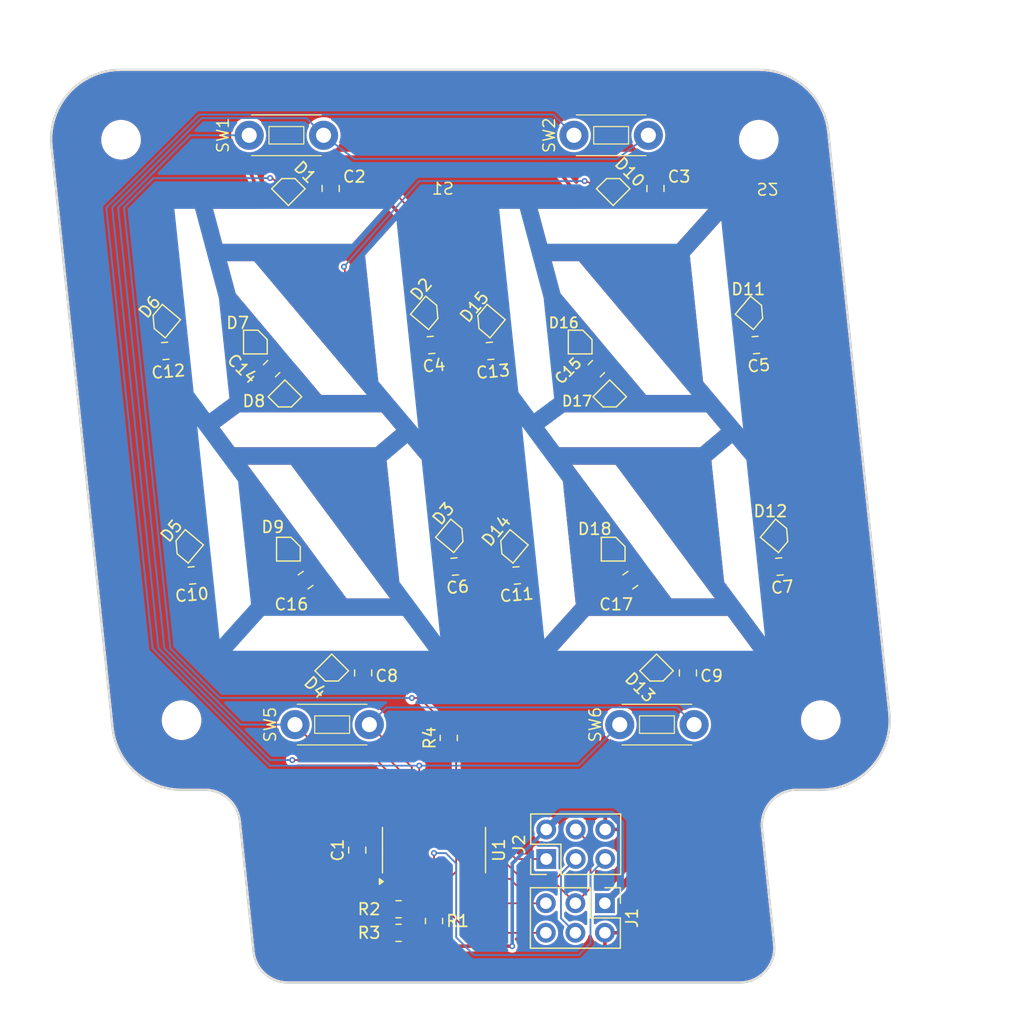
<source format=kicad_pcb>
(kicad_pcb (version 20240108) (generator "pcbnew") (generator_version "8.0")
  (layers (0 "F.Cu" signal) (31 "B.Cu" signal) (34 "B.Paste" user) (35 "F.Paste" user) (36 "B.SilkS" user "B.Silkscreen") (37 "F.SilkS" user "F.Silkscreen") (38 "B.Mask" user) (39 "F.Mask" user) (44 "Edge.Cuts" user))
  (net 0 "")
  (net 1 "Net-(D2-DOUT)")
  (net 3 "Net-(D3-DOUT)")
  (net 4 "Net-(D4-DOUT)")
  (net 5 "Net-(D5-DOUT)")
  (net 6 "Net-(D6-DOUT)")
  (net 7 "Net-(D7-DOUT)")
  (net 8 "Net-(D8-DOUT)")
  (net 9 "Net-(D1-DOUT)")
  (net 10 "/pcb9SegDigit/DOUT")
  (net 11 "GND")
  (net 12 "+5V")
  (net 13 "Net-(D10-DOUT)")
  (net 14 "Net-(D11-DOUT)")
  (net 15 "Net-(D12-DOUT)")
  (net 16 "Net-(D13-DOUT)")
  (net 17 "Net-(D14-DOUT)")
  (net 18 "Net-(D15-DOUT)")
  (net 19 "Net-(D16-DOUT)")
  (net 20 "Net-(D17-DOUT)")
  (net 21 "/pcb9SegDigit1/DOUT")
  (net 23 "GP2")
  (net 24 "SCL")
  (net 25 "GP1")
  (net 26 "SDA")
  (net 27 "/uC/RST")
  (net 28 "/uC/MISO")
  (net 29 "/uC/inc")
  (net 30 "/uC/dec")
  (net 31 "/uC/ten")
  (net 32 "/uC/one")
  (net 33 "/pcb9SegDigit/DIN")
  (footprint "Connector_PinHeader_2.54mm:PinHeader_2x03_P2.54mm_Vertical" (layer "F.Cu") (at 97.79 106.934 90)
    (property "Reference" "J2")
    (property "Value" "AVR-ISP-6")
  )
  (footprint "Capacitor_SMD:C_0805_2012Metric" (layer "F.Cu") (at 77.089 82.9564 35)
    (property "Reference" "C16")
    (property "Value" "0.1u")
  )
  (footprint "Capacitor_SMD:C_0805_2012Metric" (layer "F.Cu") (at 115.824001 62.738 5)
    (property "Reference" "C5")
    (property "Value" "0.1u")
  )
  (footprint "customParts:1x1mm SMD RGB LED" (layer "F.Cu") (at 94.803895 80.051598 -40)
    (property "Reference" "D14")
    (property "Value" "~")
  )
  (footprint "customParts:1x1mm SMD RGB LED" (layer "F.Cu") (at 115.489004 59.970839 140)
    (property "Reference" "D11")
    (property "Value" "~")
  )
  (footprint "Resistor_SMD:R_0805_2012Metric" (layer "F.Cu") (at 85.09 113.284)
    (property "Reference" "R3")
    (property "Value" "1k")
  )
  (footprint "Capacitor_SMD:C_0805_2012Metric" (layer "F.Cu") (at 92.964 63.246 -175)
    (property "Reference" "C13")
    (property "Value" "0.1u")
  )
  (footprint "Capacitor_SMD:C_0805_2012Metric" (layer "F.Cu") (at 95.250001 82.55 -175)
    (property "Reference" "C11")
    (property "Value" "0.1u")
  )
  (footprint "customParts:1x1mm SMD RGB LED" (layer "F.Cu") (at 103.551004 80.290839 180)
    (property "Reference" "D18")
    (property "Value" "~")
  )
  (footprint "Capacitor_SMD:C_0805_2012Metric" (layer "F.Cu") (at 107.188 49.276001 90)
    (property "Reference" "C3")
    (property "Value" "0.1u")
  )
  (footprint "MountingHole:MountingHole_2.2mm_M2_ISO7380" (layer "F.Cu") (at 116.078 45.085)
    (property "Reference" "H2" (hide yes))
    (property "Value" "~")
  )
  (footprint "customParts:1x1mm SMD RGB LED" (layer "F.Cu") (at 100.711001 62.484 180)
    (property "Reference" "D16")
    (property "Value" "~")
  )
  (footprint "Capacitor_SMD:C_0805_2012Metric" (layer "F.Cu") (at 67.31 82.55 -175)
    (property "Reference" "C10")
    (property "Value" "0.1u")
  )
  (footprint "Capacitor_SMD:C_0805_2012Metric" (layer "F.Cu") (at 89.916 81.788 5)
    (property "Reference" "C6")
    (property "Value" "0.1u")
  )
  (footprint "Connector_PinHeader_2.54mm:PinHeader_2x03_P2.54mm_Vertical" (layer "F.Cu") (at 102.84 110.734 -90)
    (property "Reference" "J1")
    (property "Value" "SAO")
  )
  (footprint "Capacitor_SMD:C_0805_2012Metric" (layer "F.Cu") (at 117.856 81.788 5)
    (property "Reference" "C7")
    (property "Value" "0.1u")
  )
  (footprint "customParts:1x1mm SMD RGB LED" (layer "F.Cu") (at 92.832203 60.682039 -40)
    (property "Reference" "D15")
    (property "Value" "~")
  )
  (footprint "customParts:1x1mm SMD RGB LED" (layer "F.Cu") (at 64.892203 60.682039 -40)
    (property "Reference" "D6")
    (property "Value" "~")
  )
  (footprint "customParts:1x1mm SMD RGB LED" (layer "F.Cu") (at 103.251001 67.183 45)
    (property "Reference" "D17")
    (property "Value" "~")
  )
  (footprint "customParts:1x1mm SMD RGB LED" (layer "F.Cu") (at 79.340003 90.750839 45)
    (property "Reference" "D4")
    (property "Value" "~")
  )
  (footprint "customParts:1x1mm SMD RGB LED" (layer "F.Cu") (at 75.611003 80.290839 180)
    (property "Reference" "D9")
    (property "Value" "~")
  )
  (footprint "Capacitor_SMD:C_0805_2012Metric" (layer "F.Cu") (at 105.029001 82.9564 35)
    (property "Reference" "C17")
    (property "Value" "0.1u")
  )
  (footprint "customParts:1x1mm SMD RGB LED" (layer "F.Cu") (at 117.648003 79.147839 140)
    (property "Reference" "D12")
    (property "Value" "~")
  )
  (footprint "customParts:1x1mm SMD RGB LED" (layer "F.Cu") (at 75.611003 49.302839 -135)
    (property "Reference" "D1")
    (property "Value" "~")
  )
  (footprint "customParts:1x1mm SMD RGB LED" (layer "F.Cu") (at 75.311 67.183 45)
    (property "Reference" "D8")
    (property "Value" "~")
  )
  (footprint "Capacitor_SMD:C_0805_2012Metric" (layer "F.Cu") (at 87.884 62.738 5)
    (property "Reference" "C4")
    (property "Value" "0.1u")
  )
  (footprint "customParts:1x1mm SMD RGB LED" (layer "F.Cu") (at 72.771 62.484 180)
    (property "Reference" "D7")
    (property "Value" "~")
  )
  (footprint "customParts:PTS636 SK43 LFS" (layer "F.Cu") (at 79.375 95.377)
    (property "Reference" "SW5")
    (property "Value" "~")
  )
  (footprint "customParts:1x1mm SMD RGB LED" (layer "F.Cu") (at 107.280004 90.750839 45)
    (property "Reference" "D13")
    (property "Value" "~")
  )
  (footprint "Capacitor_SMD:C_0805_2012Metric" (layer "F.Cu") (at 65.024 63.246 -175)
    (property "Reference" "C12")
    (property "Value" "0.1u")
  )
  (footprint "customParts:PTS636 SK43 LFS" (layer "F.Cu") (at 103.378 44.704)
    (property "Reference" "SW2")
    (property "Value" "~")
  )
  (footprint "MountingHole:MountingHole_2.2mm_M2_ISO7380" (layer "F.Cu") (at 66.421 94.996)
    (property "Reference" "H3" (hide yes))
    (property "Value" "~")
  )
  (footprint "customParts:1x1mm SMD RGB LED" (layer "F.Cu") (at 103.551003 49.30284 -135)
    (property "Reference" "D10")
    (property "Value" "~")
  )
  (footprint "Capacitor_SMD:C_0805_2012Metric" (layer "F.Cu") (at 74.168 64.77 45)
    (property "Reference" "C14")
    (property "Value" "0.1u")
  )
  (footprint "customParts:PTS636 SK43 LFS" (layer "F.Cu") (at 107.315 95.377)
    (property "Reference" "SW6")
    (property "Value" "~")
  )
  (footprint "Capacitor_SMD:C_0805_2012Metric" (layer "F.Cu") (at 109.982001 90.932 -90)
    (property "Reference" "C9")
    (property "Value" "0.1u")
  )
  (footprint "Capacitor_SMD:C_0805_2012Metric" (layer "F.Cu") (at 102.108001 64.77 45)
    (property "Reference" "C15")
    (property "Value" "0.1u")
  )
  (footprint "Resistor_SMD:R_0805_2012Metric" (layer "F.Cu") (at 85.09 111.252)
    (property "Reference" "R2")
    (property "Value" "1k")
  )
  (footprint "Capacitor_SMD:C_0805_2012Metric" (layer "F.Cu") (at 82.042 90.932 -90)
    (property "Reference" "C8")
    (property "Value" "0.1u")
  )
  (footprint "MountingHole:MountingHole_2.2mm_M2_ISO7380" (layer "F.Cu") (at 61.214 45.085)
    (property "Reference" "H1" (hide yes))
    (property "Value" "~")
  )
  (footprint "Capacitor_SMD:C_0805_2012Metric" (layer "F.Cu") (at 81.534 106.172 90)
    (property "Reference" "C1")
    (property "Value" "0.1u")
  )
  (footprint "customParts:1x1mm SMD RGB LED" (layer "F.Cu") (at 66.863894 80.051598 -40)
    (property "Reference" "D5")
    (property "Value" "~")
  )
  (footprint "customParts:1x1mm SMD RGB LED" (layer "F.Cu") (at 89.708003 79.147839 140)
    (property "Reference" "D3")
    (property "Value" "~")
  )
  (footprint "Package_SO:SOIC-14_3.9x8.7mm_P1.27mm" (layer "F.Cu") (at 88.138 106.172 90)
    (property "Reference" "U1")
    (property "Value" "ATtiny84A-SS")
  )
  (footprint "Resistor_SMD:R_0805_2012Metric" (layer "F.Cu") (at 89.408 96.52 90)
    (property "Reference" "R4")
    (property "Value" "500")
  )
  (footprint "MountingHole:MountingHole_2.2mm_M2_ISO7380" (layer "F.Cu") (at 121.412 94.996)
    (property "Reference" "H4" (hide yes))
    (property "Value" "~")
  )
  (footprint "Capacitor_SMD:C_0805_2012Metric" (layer "F.Cu") (at 79.248 49.276 90)
    (property "Reference" "C2")
    (property "Value" "0.1u")
  )
  (footprint "customParts:PTS636 SK43 LFS" (layer "F.Cu") (at 75.438 44.704)
    (property "Reference" "SW1")
    (property "Value" "~")
  )
  (footprint "Resistor_SMD:R_0805_2012Metric_Pad1.20x1.40mm_HandSolder" (layer "F.Cu") (at 88.138 112.268 90)
    (property "Reference" "R1")
    (property "Value" "1k")
  )
  (footprint "customParts:1x1mm SMD RGB LED" (layer "F.Cu") (at 87.549003 59.970839 140)
    (property "Reference" "D2")
    (property "Value" "~")
  )
  (footprint "customParts:9 Segment 38x19x3" (layer "B.Cu") (at 88.9 50.8 180)
    (property "Reference" "S1")
    (property "Value" "~")
  )
  (footprint "customParts:9 Segment 38x19x3" (layer "B.Cu") (at 116.84 50.8 180)
    (property "Reference" "S2")
    (property "Value" "~")
  )
  (gr_line (start 119.38 52.578) (end 123.097032 87.943199) (stroke (width 0.6096)) (layer "F.Cu") (net 12))
  (gr_line (start 59.944 50.927) (end 63.926534 88.818284) (stroke (width 0.16)) (layer "B.Cu") (net 31))
  (gr_line (start 61.468 50.927) (end 65.450534 88.818284) (stroke (width 0.16)) (layer "B.Cu") (net 33))
  (gr_line (start 60.96 50.927) (end 64.942534 88.818284) (stroke (width 0.16)) (layer "B.Cu") (net 32))
  (gr_line (start 60.452 50.927) (end 64.434534 88.818284) (stroke (width 0.16)) (layer "B.Cu") (net 29))
  (gr_line (start 55.210981 45.680854) (end 60.46094 95.630851) (stroke (width 0.16)) (layer "Edge.Cuts"))
  (gr_arc (start 55.210981 45.680854) (mid 56.719243 41.038899) (end 61.178112 39.053683) (stroke (width 0.16)) (layer "Edge.Cuts"))
  (gr_line (start 127.328988 94.376509) (end 122.079033 44.426512) (stroke (width 0.16)) (layer "Edge.Cuts"))
  (gr_line (start 119.361856 101.00368) (end 121.361856 101.00368) (stroke (width 0.16)) (layer "Edge.Cuts"))
  (gr_line (start 66.428071 101.00368) (end 68.428071 101.00368) (stroke (width 0.16)) (layer "Edge.Cuts"))
  (gr_arc (start 68.428071 101.00368) (mid 70.435463 101.774245) (end 71.411637 103.690094) (stroke (width 0.16)) (layer "Edge.Cuts"))
  (gr_arc (start 127.328988 94.376509) (mid 125.820725 99.018464) (end 121.361856 101.00368) (stroke (width 0.16)) (layer "Edge.Cuts"))
  (gr_line (start 116.378291 104.317265) (end 117.423575 114.262484) (stroke (width 0.16)) (layer "Edge.Cuts"))
  (gr_line (start 75.572324 117.57607) (end 114.440009 117.57607) (stroke (width 0.16)) (layer "Edge.Cuts"))
  (gr_arc (start 116.111901 39.053683) (mid 120.126685 40.594814) (end 122.079033 44.426512) (stroke (width 0.16)) (layer "Edge.Cuts"))
  (gr_arc (start 66.428071 101.00368) (mid 62.413287 99.462549) (end 60.46094 95.630851) (stroke (width 0.16)) (layer "Edge.Cuts"))
  (gr_line (start 71.411637 103.690094) (end 72.588758 114.889655) (stroke (width 0.16)) (layer "Edge.Cuts"))
  (gr_arc (start 117.423575 114.262484) (mid 116.669444 116.583461) (end 114.440009 117.57607) (stroke (width 0.16)) (layer "Edge.Cuts"))
  (gr_line (start 116.111901 39.053683) (end 61.178112 39.053683) (stroke (width 0.16)) (layer "Edge.Cuts"))
  (gr_arc (start 116.378291 104.317265) (mid 117.132422 101.996288) (end 119.361856 101.00368) (stroke (width 0.16)) (layer "Edge.Cuts"))
  (gr_arc (start 75.572324 117.57607) (mid 73.564932 116.805504) (end 72.588758 114.889655) (stroke (width 0.16)) (layer "Edge.Cuts"))
  (segment (start 87.590294 60.442798) (end 89.666712 78.67588) (width 0.1524) (layer "F.Cu") (net 1))
  (segment (start 90.343003 88.672839) (end 88.138 90.678) (width 0.1524) (layer "F.Cu") (net 3))
  (segment (start 88.138 90.678) (end 79.813765 90.750839) (width 0.1524) (layer "F.Cu") (net 3))
  (segment (start 89.749294 79.619798) (end 90.343003 88.672839) (width 0.1524) (layer "F.Cu") (net 3))
  (segment (start 70.150003 90.196839) (end 68.372003 88.418839) (width 0.1524) (layer "F.Cu") (net 4))
  (segment (start 68.372003 88.418839) (end 66.905185 80.523557) (width 0.1524) (layer "F.Cu") (net 4))
  (segment (start 78.866241 90.750839) (end 70.150003 90.196839) (width 0.1524) (layer "F.Cu") (net 4))
  (segment (start 66.822603 79.579639) (end 64.933494 61.153998) (width 0.1524) (layer "F.Cu") (net 5))
  (segment (start 64.943003 50.191839) (end 64.308003 51.334839) (width 0.1524) (layer "F.Cu") (net 6))
  (segment (start 68.100651 50.069483) (end 64.943003 50.191839) (width 0.1524) (layer "F.Cu") (net 6))
  (segment (start 64.308003 51.334839) (end 64.850912 60.21008) (width 0.1524) (layer "F.Cu") (net 6))
  (segment (start 70.349573 58.5724) (end 68.100651 50.069483) (width 0.1524) (layer "F.Cu") (net 6))
  (segment (start 72.436 62.149) (end 70.349573 58.5724) (width 0.1524) (layer "F.Cu") (net 6))
  (segment (start 73.106 62.819) (end 74.168 64.8208) (width 0.1524) (layer "F.Cu") (net 7))
  (segment (start 74.168 64.8208) (end 76.0984 66.548) (width 0.1524) (layer "F.Cu") (net 7))
  (segment (start 76.0984 66.548) (end 75.784762 67.183) (width 0.1524) (layer "F.Cu") (net 7))
  (segment (start 74.837238 67.183) (end 71.420003 67.590839) (width 0.1524) (layer "F.Cu") (net 8))
  (segment (start 74.32116 77.384112) (end 75.276003 79.955839) (width 0.1524) (layer "F.Cu") (net 8))
  (segment (start 69.007003 69.368839) (end 69.007003 70.130839) (width 0.1524) (layer "F.Cu") (net 8))
  (segment (start 69.007003 70.130839) (end 74.32116 77.384112) (width 0.1524) (layer "F.Cu") (net 8))
  (segment (start 71.420003 67.590839) (end 69.007003 69.368839) (width 0.1524) (layer "F.Cu") (net 8))
  (segment (start 86.279003 51.334839) (end 87.507712 59.49888) (width 0.1524) (layer "F.Cu") (net 9))
  (segment (start 76.084765 49.302839) (end 84.501003 49.302839) (width 0.1524) (layer "F.Cu") (net 9))
  (segment (start 84.501003 49.302839) (end 86.279003 51.334839) (width 0.1524) (layer "F.Cu") (net 9))
  (segment (start 78.867 85.344) (end 85.09 85.344) (width 0.1524) (layer "F.Cu") (net 10))
  (segment (start 85.09 84.328) (end 84.328 82.931) (width 0.1524) (layer "F.Cu") (net 10))
  (segment (start 85.09 85.344) (end 85.09 84.328) (width 0.1524) (layer "F.Cu") (net 10))
  (segment (start 83.185 72.517) (end 85.979 70.104) (width 0.1524) (layer "F.Cu") (net 10))
  (segment (start 84.328 82.931) (end 83.185 72.517) (width 0.1524) (layer "F.Cu") (net 10))
  (segment (start 82.423 65.913) (end 80.391 56.007) (width 0.1524) (layer "F.Cu") (net 10))
  (segment (start 101.092 48.641) (end 103.077241 49.30284) (width 0.1524) (layer "F.Cu") (net 10))
  (segment (start 75.946003 80.625839) (end 76.708 82.423) (width 0.1524) (layer "F.Cu") (net 10))
  (segment (start 85.979 70.104) (end 82.423 65.913) (width 0.1524) (layer "F.Cu") (net 10))
  (segment (start 76.708 82.423) (end 78.867 85.344) (width 0.1524) (layer "F.Cu") (net 10))
  (via (at 101.092 48.641) (size 0.508) (drill 0.254) (layers "F.Cu" "B.Cu") (net 10))
  (via (at 80.391 56.007) (size 0.508) (drill 0.254) (layers "F.Cu" "B.Cu") (net 10))
  (segment (start 86.868 48.641) (end 101.092 48.641) (width 0.1524) (layer "B.Cu") (net 10))
  (segment (start 80.391 56.007) (end 86.868 48.641) (width 0.1524) (layer "B.Cu") (net 10))
  (segment (start 92.121003 59.970839) (end 91.694 51.308) (width 0.1524) (layer "F.Cu") (net 11))
  (segment (start 99.360003 67.971839) (end 97.328003 69.495839) (width 0.1524) (layer "F.Cu") (net 11))
  (segment (start 73.106 62.149) (end 70.658003 58.446839) (width 0.1524) (layer "F.Cu") (net 11))
  (segment (start 101.046 62.149) (end 98.598003 58.446839) (width 0.1524) (layer "F.Cu") (net 11))
  (segment (start 69.388003 70.003839) (end 74.595003 77.242839) (width 0.1524) (layer "F.Cu") (net 11))
  (segment (start 102.535003 77.242839) (end 103.886003 79.955839) (width 0.1524) (layer "F.Cu") (net 11))
  (segment (start 77.867194 82.411503) (end 77.089 80.391) (width 0.1524) (layer "F.Cu") (net 11))
  (segment (start 74.295 67.945) (end 71.420003 67.971839) (width 0.1524) (layer "F.Cu") (net 11))
  (segment (start 105.807194 82.411503) (end 105.029 80.391) (width 0.1524) (layer "F.Cu") (net 11))
  (segment (start 77.089 80.391) (end 75.946003 79.955839) (width 0.1524) (layer "F.Cu") (net 11))
  (segment (start 74.595003 77.242839) (end 75.946003 79.955839) (width 0.1524) (layer "F.Cu") (net 11))
  (segment (start 77.7748 67.2592) (end 77.6732 67.9704) (width 0.1524) (layer "F.Cu") (net 11))
  (segment (start 98.598003 58.446839) (end 96.252975 49.683839) (width 0.1524) (layer "F.Cu") (net 11))
  (segment (start 102.235 67.945) (end 99.360003 67.971839) (width 0.1524) (layer "F.Cu") (net 11))
  (segment (start 74.839751 64.098249) (end 77.7748 67.2592) (width 0.1524) (layer "F.Cu") (net 11))
  (segment (start 63.754 51.308) (end 64.689003 49.810839) (width 0.1524) (layer "F.Cu") (net 11))
  (segment (start 102.779751 64.098249) (end 105.7148 67.2592) (width 0.1524) (layer "F.Cu") (net 11))
  (segment (start 70.658003 58.446839) (end 68.312975 49.683839) (width 0.1524) (layer "F.Cu") (net 11))
  (segment (start 105.029 80.391) (end 103.886003 79.955839) (width 0.1524) (layer "F.Cu") (net 11))
  (segment (start 101.6 62.23) (end 101.046 62.149) (width 0.1524) (layer "F.Cu") (net 11))
  (segment (start 71.420003 67.971839) (end 69.388003 69.495839) (width 0.1524) (layer "F.Cu") (net 11))
  (segment (start 97.328003 70.003839) (end 102.535003 77.242839) (width 0.1524) (layer "F.Cu") (net 11))
  (segment (start 74.839751 64.098249) (end 73.66 62.23) (width 0.1524) (layer "F.Cu") (net 11))
  (segment (start 91.694 51.308) (end 92.629003 49.810839) (width 0.1524) (layer "F.Cu") (net 11))
  (segment (start 64.689003 49.810839) (end 68.312975 49.683839) (width 0.1524) (layer "F.Cu") (net 11))
  (segment (start 105.7148 67.2592) (end 105.6132 67.9704) (width 0.1524) (layer "F.Cu") (net 11))
  (segment (start 97.328003 69.495839) (end 97.328003 70.003839) (width 0.1524) (layer "F.Cu") (net 11))
  (segment (start 92.629003 49.810839) (end 96.252975 49.683839) (width 0.1524) (layer "F.Cu") (net 11))
  (segment (start 105.6132 67.9704) (end 103.251 67.656762) (width 0.1524) (layer "F.Cu") (net 11))
  (segment (start 75.311 67.656762) (end 74.295 67.945) (width 0.1524) (layer "F.Cu") (net 11))
  (segment (start 103.251 67.656762) (end 102.235 67.945) (width 0.1524) (layer "F.Cu") (net 11))
  (segment (start 64.181003 59.970839) (end 63.754 51.308) (width 0.1524) (layer "F.Cu") (net 11))
  (segment (start 69.388003 69.495839) (end 69.388003 70.003839) (width 0.1524) (layer "F.Cu") (net 11))
  (segment (start 64.420244 60.72333) (end 64.181003 59.970839) (width 0.1524) (layer "F.Cu") (net 11))
  (segment (start 92.360244 60.72333) (end 92.121003 59.970839) (width 0.1524) (layer "F.Cu") (net 11))
  (segment (start 77.6732 67.9704) (end 75.311 67.656762) (width 0.1524) (layer "F.Cu") (net 11))
  (segment (start 73.66 62.23) (end 73.106 62.149) (width 0.1524) (layer "F.Cu") (net 11))
  (segment (start 102.779751 64.098249) (end 101.6 62.23) (width 0.1524) (layer "F.Cu") (net 11))
  (segment (start 71.289146 67.297377) (end 68.626003 69.241839) (width 0.1524) (layer "F.Cu") (net 12))
  (segment (start 93.137003 50.572839) (end 95.804003 50.572839) (width 0.1524) (layer "F.Cu") (net 12))
  (segment (start 70.404003 89.561839) (end 69.134003 88.164839) (width 0.3048) (layer "F.Cu") (net 12))
  (segment (start 103.551003 49.776601) (end 104.313003 50.445839) (width 0.3048) (layer "F.Cu") (net 12))
  (segment (start 88.438003 79.909839) (end 89.327003 88.545839) (width 0.3048) (layer "F.Cu") (net 12))
  (segment (start 104.313003 50.445839) (end 112.187003 50.445839) (width 0.3048) (layer "F.Cu") (net 12))
  (segment (start 86.533003 60.732839) (end 88.311003 78.258839) (width 0.3048) (layer "F.Cu") (net 12))
  (segment (start 96.566003 70.257839) (end 102.025274 77.624481) (width 0.1524) (layer "F.Cu") (net 12))
  (segment (start 102.362 66.548) (end 99.229146 67.297377) (width 0.1524) (layer "F.Cu") (net 12))
  (segment (start 74.085274 77.624481) (end 74.468003 79.909839) (width 0.1524) (layer "F.Cu") (net 12))
  (segment (start 93.899003 59.970839) (end 92.883003 51.080839) (width 0.1524) (layer "F.Cu") (net 12))
  (segment (start 117.176044 79.18913) (end 116.378003 79.909839) (width 0.3048) (layer "F.Cu") (net 12))
  (segment (start 75.611003 49.776601) (end 74.422 50.546) (width 0.3048) (layer "F.Cu") (net 12))
  (segment (start 97.282 46.736) (end 88.392 46.736) (width 0.6096) (layer "F.Cu") (net 12))
  (segment (start 86.279003 59.208839) (end 87.077044 60.01213) (width 0.3048) (layer "F.Cu") (net 12))
  (segment (start 75.057 81.661) (end 75.276003 80.625839) (width 0.1524) (layer "F.Cu") (net 12))
  (segment (start 102.362 50.292) (end 100.838 50.292) (width 0.3048) (layer "F.Cu") (net 12))
  (segment (start 74.422 50.546) (end 73.406 50.546) (width 0.3048) (layer "F.Cu") (net 12))
  (segment (start 89.297 114.427) (end 94.869 114.427) (width 0.3048) (layer "F.Cu") (net 12))
  (segment (start 116.378003 79.909839) (end 117.267003 88.545839) (width 0.3048) (layer "F.Cu") (net 12))
  (segment (start 66.086003 61.367839) (end 65.364162 60.640748) (width 0.3048) (layer "F.Cu") (net 12))
  (segment (start 71.755 62.484) (end 70.023003 58.700839) (width 0.1524) (layer "F.Cu") (net 12))
  (segment (start 107.148 106.426) (end 102.84 110.734) (width 0.6096) (layer "F.Cu") (net 12))
  (segment (start 95.275853 80.010307) (end 95.804003 79.020839) (width 0.3048) (layer "F.Cu") (net 12))
  (segment (start 81.534 107.122) (end 83.059 108.647) (width 0.3048) (layer "F.Cu") (net 12))
  (segment (start 114.219003 59.208839) (end 115.017044 60.01213) (width 0.3048) (layer "F.Cu") (net 12))
  (segment (start 112.187003 50.445839) (end 113.457003 51.842839) (width 0.3048) (layer "F.Cu") (net 12))
  (segment (start 84.247003 50.445839) (end 85.517003 51.842839) (width 0.3048) (layer "F.Cu") (net 12))
  (segment (start 84.1775 113.284) (end 85.1823 114.2888) (width 0.3048) (layer "F.Cu") (net 12))
  (segment (start 93.304162 60.640748) (end 93.899003 59.970839) (width 0.1524) (layer "F.Cu") (net 12))
  (segment (start 115.997003 89.561839) (end 108.123003 89.561839) (width 0.3048) (layer "F.Cu") (net 12))
  (segment (start 65.364162 60.640748) (end 65.959003 59.970839) (width 0.1524) (layer "F.Cu") (net 12))
  (segment (start 97.074003 88.164839) (end 96.185003 80.671839) (width 0.3048) (layer "F.Cu") (net 12))
  (segment (start 88.311003 78.258839) (end 89.236044 79.18913) (width 0.3048) (layer "F.Cu") (net 12))
  (segment (start 74.468003 79.909839) (end 75.276003 80.625839) (width 0.1524) (layer "F.Cu") (net 12))
  (segment (start 106.726003 89.688839) (end 98.344003 89.561839) (width 0.3048) (layer "F.Cu") (net 12))
  (segment (start 102.997 81.661) (end 103.216003 80.625839) (width 0.1524) (layer "F.Cu") (net 12))
  (segment (start 80.183003 89.561839) (end 79.340003 90.277077) (width 0.3048) (layer "F.Cu") (net 12))
  (segment (start 89.327003 88.545839) (end 88.057003 89.561839) (width 0.3048) (layer "F.Cu") (net 12))
  (segment (start 74.422 66.548) (end 71.289146 67.297377) (width 0.1524) (layer "F.Cu") (net 12))
  (segment (start 76.310806 83.501297) (end 75.057 81.661) (width 0.1524) (layer "F.Cu") (net 12))
  (segment (start 67.335853 80.010307) (end 67.864003 79.020839) (width 0.3048) (layer "F.Cu") (net 12))
  (segment (start 78.786003 89.688839) (end 70.404003 89.561839) (width 0.3048) (layer "F.Cu") (net 12))
  (segment (start 102.408003 79.909839) (end 103.216003 80.625839) (width 0.1524) (layer "F.Cu") (net 12))
  (segment (start 102.025274 77.624481) (end 102.408003 79.909839) (width 0.1524) (layer "F.Cu") (net 12))
  (segment (start 68.626003 69.241839) (end 68.626003 70.257839) (width 0.1524) (layer "F.Cu") (net 12))
  (segment (start 85.517003 51.842839) (end 86.279003 59.208839) (width 0.3048) (layer "F.Cu") (net 12))
  (segment (start 65.197003 50.572839) (end 67.864003 50.572839) (width 0.1524) (layer "F.Cu") (net 12))
  (segment (start 96.185003 80.671839) (end 95.275853 80.010307) (width 0.3048) (layer "F.Cu") (net 12))
  (segment (start 107.188 106.426) (end 107.148 106.426) (width 0.6096) (layer "F.Cu") (net 12))
  (segment (start 107.280003 90.277077) (end 106.726003 89.688839) (width 0.3048) (layer "F.Cu") (net 12))
  (segment (start 88.057003 89.561839) (end 80.183003 89.561839) (width 0.3048) (layer "F.Cu") (net 12))
  (segment (start 114.473003 60.732839) (end 116.251003 78.258839) (width 0.3048) (layer "F.Cu") (net 12))
  (segment (start 84.1775 111.252) (end 84.1775 113.284) (width 0.3048) (layer "F.Cu") (net 12))
  (segment (start 83.059 108.647) (end 84.328 108.647) (width 0.3048) (layer "F.Cu") (net 12))
  (segment (start 108.123003 89.561839) (end 107.280003 90.277077) (width 0.3048) (layer "F.Cu") (net 12))
  (segment (start 99.229146 67.297377) (end 96.566003 69.241839) (width 0.1524) (layer "F.Cu") (net 12))
  (segment (start 79.340003 90.277077) (end 78.786003 89.688839) (width 0.3048) (layer "F.Cu") (net 12))
  (segment (start 100.838 50.292) (end 98.044 46.736) (width 0.3048) (layer "F.Cu") (net 12))
  (segment (start 100.376 62.819) (end 99.695 62.484) (width 0.1524) (layer "F.Cu") (net 12))
  (segment (start 100.376 62.819) (end 101.436249 65.441751) (width 0.1524) (layer "F.Cu") (net 12))
  (segment (start 72.436 62.819) (end 71.755 62.484) (width 0.1524) (layer "F.Cu") (net 12))
  (segment (start 88.138 113.268) (end 89.297 114.427) (width 0.3048) (layer "F.Cu") (net 12))
  (segment (start 73.496249 65.441751) (end 75.311 66.709238) (width 0.1524) (layer "F.Cu") (net 12))
  (segment (start 87.077044 60.01213) (end 86.533003 60.732839) (width 0.3048) (layer "F.Cu") (net 12))
  (segment (start 98.344003 89.561839) (end 97.074003 88.164839) (width 0.3048) (layer "F.Cu") (net 12))
  (segment (start 65.959003 59.970839) (end 64.943003 51.080839) (width 0.1524) (layer "F.Cu") (net 12))
  (segment (start 103.551003 49.776602) (end 102.362 50.292) (width 0.3048) (layer "F.Cu") (net 12))
  (segment (start 96.566003 69.241839) (end 96.566003 70.257839) (width 0.1524) (layer "F.Cu") (net 12))
  (segment (start 88.392 46.736) (end 71.882 46.736) (width 0.6096) (layer "F.Cu") (net 12))
  (segment (start 68.626003 70.257839) (end 74.085274 77.624481) (width 0.1524) (layer "F.Cu") (net 12))
  (segment (start 68.245003 80.671839) (end 67.335853 80.010307) (width 0.3048) (layer "F.Cu") (net 12))
  (segment (start 113.538 46.736) (end 98.044 46.736) (width 0.6096) (layer "F.Cu") (net 12))
  (segment (start 123.097032 87.943199) (end 107.188 103.852231) (width 0.6096) (layer "F.Cu") (net 12))
  (segment (start 98.044 46.736) (end 97.282 46.736) (width 0.6096) (layer "F.Cu") (net 12))
  (segment (start 101.436249 65.441751) (end 103.251 66.709238) (width 0.1524) (layer "F.Cu") (net 12))
  (segment (start 70.023003 58.700839) (end 67.864003 50.572839) (width 0.1524) (layer "F.Cu") (net 12))
  (segment (start 76.373003 50.445839) (end 84.247003 50.445839) (width 0.3048) (layer "F.Cu") (net 12))
  (segment (start 85.1823 114.2888) (end 87.1172 114.2888) (width 0.3048) (layer "F.Cu") (net 12))
  (segment (start 119.38 52.578) (end 113.538 46.736) (width 0.6096) (layer "F.Cu") (net 12))
  (segment (start 72.436 62.819) (end 73.496249 65.441751) (width 0.1524) (layer "F.Cu") (net 12))
  (segment (start 64.943003 51.080839) (end 65.197003 50.572839) (width 0.1524) (layer "F.Cu") (net 12))
  (segment (start 92.883003 51.080839) (end 93.137003 50.572839) (width 0.1524) (layer "F.Cu") (net 12))
  (segment (start 75.311 66.709238) (end 74.422 66.548) (width 0.1524) (layer "F.Cu") (net 12))
  (segment (start 75.611003 49.776601) (end 76.373003 50.445839) (width 0.3048) (layer "F.Cu") (net 12))
  (segment (start 115.017044 60.01213) (end 114.473003 60.732839) (width 0.3048) (layer "F.Cu") (net 12))
  (segment (start 89.236044 79.18913) (end 88.438003 79.909839) (width 0.3048) (layer "F.Cu") (net 12))
  (segment (start 97.963003 58.700839) (end 95.804003 50.572839) (width 0.1524) (layer "F.Cu") (net 12))
  (segment (start 67.864003 79.020839) (end 66.086003 61.367839) (width 0.3048) (layer "F.Cu") (net 12))
  (segment (start 99.695 62.484) (end 97.963003 58.700839) (width 0.1524) (layer "F.Cu") (net 12))
  (segment (start 84.328 108.647) (end 84.328 111.1015) (width 0.3048) (layer "F.Cu") (net 12))
  (segment (start 69.134003 88.164839) (end 68.245003 80.671839) (width 0.3048) (layer "F.Cu") (net 12))
  (segment (start 103.251 66.709238) (end 102.362 66.548) (width 0.1524) (layer "F.Cu") (net 12))
  (segment (start 107.188 103.852231) (end 107.188 106.426) (width 0.6096) (layer "F.Cu") (net 12))
  (segment (start 94.026003 61.367839) (end 93.304162 60.640748) (width 0.3048) (layer "F.Cu") (net 12))
  (segment (start 73.406 50.546) (end 71.882 46.736) (width 0.3048) (layer "F.Cu") (net 12))
  (segment (start 95.804003 79.020839) (end 94.026003 61.367839) (width 0.3048) (layer "F.Cu") (net 12))
  (segment (start 116.251003 78.258839) (end 117.176044 79.18913) (width 0.3048) (layer "F.Cu") (net 12))
  (segment (start 84.328 111.1015) (end 84.1775 111.252) (width 0.3048) (layer "F.Cu") (net 12))
  (segment (start 117.267003 88.545839) (end 115.997003 89.561839) (width 0.3048) (layer "F.Cu") (net 12))
  (segment (start 87.1172 114.2888) (end 88.138 113.268) (width 0.3048) (layer "F.Cu") (net 12))
  (segment (start 104.250806 83.501297) (end 102.997 81.661) (width 0.1524) (layer "F.Cu") (net 12))
  (segment (start 113.457003 51.842839) (end 114.219003 59.208839) (width 0.3048) (layer "F.Cu") (net 12))
  (via (at 94.869 114.427) (size 0.508) (drill 0.254) (layers "F.Cu" "B.Cu") (net 12))
  (segment (start 104.1772 103.85254) (end 103.41146 103.0868) (width 0.6096) (layer "B.Cu") (net 12))
  (segment (start 99.0972 103.0868) (end 97.79 104.394) (width 0.6096) (layer "B.Cu") (net 12))
  (segment (start 102.84 110.734) (end 104.1772 109.3968) (width 0.6096) (layer "B.Cu") (net 12))
  (segment (start 103.41146 103.0868) (end 99.0972 103.0868) (width 0.6096) (layer "B.Cu") (net 12))
  (segment (start 94.869 114.427) (end 94.869 107.315) (width 0.3048) (layer "B.Cu") (net 12))
  (segment (start 94.869 107.315) (end 97.79 104.394) (width 0.3048) (layer "B.Cu") (net 12))
  (segment (start 104.1772 109.3968) (end 104.1772 103.85254) (width 0.6096) (layer "B.Cu") (net 12))
  (segment (start 112.441003 49.302839) (end 114.219003 51.334839) (width 0.1524) (layer "F.Cu") (net 13))
  (segment (start 114.219003 51.334839) (end 115.447712 59.49888) (width 0.1524) (layer "F.Cu") (net 13))
  (segment (start 104.024765 49.302839) (end 112.441003 49.302839) (width 0.1524) (layer "F.Cu") (net 13))
  (segment (start 115.530294 60.442798) (end 117.606712 78.67588) (width 0.1524) (layer "F.Cu") (net 14))
  (segment (start 118.283003 88.672839) (end 116.078 90.678) (width 0.1524) (layer "F.Cu") (net 15))
  (segment (start 117.689294 79.619798) (end 118.283003 88.672839) (width 0.1524) (layer "F.Cu") (net 15))
  (segment (start 116.078 90.678) (end 107.753765 90.750839) (width 0.1524) (layer "F.Cu") (net 15))
  (segment (start 96.312003 88.418839) (end 94.845185 80.523557) (width 0.1524) (layer "F.Cu") (net 16))
  (segment (start 106.806241 90.750839) (end 98.090003 90.196839) (width 0.1524) (layer "F.Cu") (net 16))
  (segment (start 98.090003 90.196839) (end 96.312003 88.418839) (width 0.1524) (layer "F.Cu") (net 16))
  (segment (start 94.762603 79.579639) (end 92.873494 61.153998) (width 0.1524) (layer "F.Cu") (net 17))
  (segment (start 98.289573 58.5724) (end 96.040651 50.069483) (width 0.1524) (layer "F.Cu") (net 18))
  (segment (start 92.248003 51.334839) (end 92.790912 60.21008) (width 0.1524) (layer "F.Cu") (net 18))
  (segment (start 100.376 62.149) (end 98.289573 58.5724) (width 0.1524) (layer "F.Cu") (net 18))
  (segment (start 92.883003 50.191839) (end 92.248003 51.334839) (width 0.1524) (layer "F.Cu") (net 18))
  (segment (start 96.040651 50.069483) (end 92.883003 50.191839) (width 0.1524) (layer "F.Cu") (net 18))
  (segment (start 104.0384 66.548) (end 103.724762 67.183) (width 0.1524) (layer "F.Cu") (net 19))
  (segment (start 102.108 64.8208) (end 104.0384 66.548) (width 0.1524) (layer "F.Cu") (net 19))
  (segment (start 101.046 62.819) (end 102.108 64.8208) (width 0.1524) (layer "F.Cu") (net 19))
  (segment (start 96.947003 70.130839) (end 102.26116 77.384112) (width 0.1524) (layer "F.Cu") (net 20))
  (segment (start 99.360003 67.590839) (end 96.947003 69.368839) (width 0.1524) (layer "F.Cu") (net 20))
  (segment (start 102.26116 77.384112) (end 103.216003 79.955839) (width 0.1524) (layer "F.Cu") (net 20))
  (segment (start 102.777238 67.183) (end 99.360003 67.590839) (width 0.1524) (layer "F.Cu") (net 20))
  (segment (start 96.947003 69.368839) (end 96.947003 70.130839) (width 0.1524) (layer "F.Cu") (net 20))
  (segment (start 89.408 108.647) (end 90.043 108.012) (width 0.1524) (layer "F.Cu") (net 23))
  (segment (start 89.408 108.647) (end 89.408 111.506) (width 0.1524) (layer "F.Cu") (net 23))
  (segment (start 89.408 111.506) (end 91.186 113.284) (width 0.1524) (layer "F.Cu") (net 23))
  (segment (start 90.043 98.0675) (end 89.408 97.4325) (width 0.1524) (layer "F.Cu") (net 23))
  (segment (start 97.75 113.284) (end 97.76 113.274) (width 0.1524) (layer "F.Cu") (net 23))
  (segment (start 91.186 113.284) (end 97.75 113.284) (width 0.1524) (layer "F.Cu") (net 23))
  (segment (start 90.043 108.012) (end 90.043 98.0675) (width 0.1524) (layer "F.Cu") (net 23))
  (segment (start 90.678 103.697) (end 90.678 105.918) (width 0.1524) (layer "F.Cu") (net 24))
  (segment (start 98.806 108.458) (end 100.33 106.934) (width 0.1524) (layer "F.Cu") (net 24))
  (segment (start 95.504 108.458) (end 98.806 108.458) (width 0.1524) (layer "F.Cu") (net 24))
  (segment (start 90.678 105.918) (end 91.948 107.188) (width 0.1524) (layer "F.Cu") (net 24))
  (segment (start 91.948 107.188) (end 94.234 107.188) (width 0.1524) (layer "F.Cu") (net 24))
  (segment (start 94.234 107.188) (end 95.504 108.458) (width 0.1524) (layer "F.Cu") (net 24))
  (segment (start 99.06 108.204) (end 100.33 106.934) (width 0.1524) (layer "B.Cu") (net 24))
  (segment (start 99.06 112.034) (end 99.06 108.204) (width 0.1524) (layer "B.Cu") (net 24))
  (segment (start 100.3 113.274) (end 99.06 112.034) (width 0.1524) (layer "B.Cu") (net 24))
  (segment (start 90.678 109.982) (end 91.44 110.744) (width 0.1524) (layer "F.Cu") (net 25))
  (segment (start 91.44 110.744) (end 97.75 110.744) (width 0.1524) (layer "F.Cu") (net 25))
  (segment (start 90.678 108.647) (end 90.678 109.982) (width 0.1524) (layer "F.Cu") (net 25))
  (segment (start 97.75 110.744) (end 97.76 110.734) (width 0.1524) (layer "F.Cu") (net 25))
  (segment (start 94.677 108.647) (end 95.25 109.22) (width 0.1524) (layer "F.Cu") (net 26))
  (segment (start 91.948 108.647) (end 94.677 108.647) (width 0.1524) (layer "F.Cu") (net 26))
  (segment (start 98.786 109.22) (end 100.3 110.734) (width 0.1524) (layer "F.Cu") (net 26))
  (segment (start 95.25 109.22) (end 98.786 109.22) (width 0.1524) (layer "F.Cu") (net 26))
  (segment (start 101.6 105.664) (end 100.33 104.394) (width 0.1524) (layer "F.Cu") (net 26))
  (segment (start 100.3 110.734) (end 101.6 109.434) (width 0.1524) (layer "F.Cu") (net 26))
  (segment (start 101.6 109.434) (end 101.6 105.664) (width 0.1524) (layer "F.Cu") (net 26))
  (segment (start 88.138 108.647) (end 88.138 111.268) (width 0.1524) (layer "F.Cu") (net 27))
  (segment (start 88.138 108.647) (end 88.138 106.426) (width 0.1524) (layer "F.Cu") (net 27))
  (via (at 88.138 106.426) (size 0.508) (drill 0.254) (layers "F.Cu" "B.Cu") (net 27))
  (segment (start 91.567 115.189) (end 100.584 115.189) (width 0.1524) (layer "B.Cu") (net 27))
  (segment (start 88.138 106.426) (end 89.154 106.426) (width 0.1524) (layer "B.Cu") (net 27))
  (segment (start 101.6 108.204) (end 102.87 106.934) (width 0.1524) (layer "B.Cu") (net 27))
  (segment (start 89.154 106.426) (end 90.043 107.315) (width 0.1524) (layer "B.Cu") (net 27))
  (segment (start 101.6 114.173) (end 101.6 108.204) (width 0.1524) (layer "B.Cu") (net 27))
  (segment (start 90.043 113.665) (end 91.567 115.189) (width 0.1524) (layer "B.Cu") (net 27))
  (segment (start 100.584 115.189) (end 101.6 114.173) (width 0.1524) (layer "B.Cu") (net 27))
  (segment (start 90.043 107.315) (end 90.043 113.665) (width 0.1524) (layer "B.Cu") (net 27))
  (segment (start 95.185 106.934) (end 97.79 106.934) (width 0.1524) (layer "F.Cu") (net 28))
  (segment (start 91.948 103.697) (end 95.185 106.934) (width 0.1524) (layer "F.Cu") (net 28))
  (segment (start 84.963 105.664) (end 85.598 106.299) (width 0.1524) (layer "F.Cu") (net 29))
  (segment (start 85.598 110.8475) (end 86.0025 111.252) (width 0.1524) (layer "F.Cu") (net 29))
  (segment (start 83.185 98.425) (end 84.963 100.203) (width 0.1524) (layer "F.Cu") (net 29))
  (segment (start 75.946 98.425) (end 83.185 98.425) (width 0.1524) (layer "F.Cu") (net 29))
  (segment (start 85.598 106.299) (end 85.598 108.647) (width 0.1524) (layer "F.Cu") (net 29))
  (segment (start 84.963 100.203) (end 84.963 105.664) (width 0.1524) (layer "F.Cu") (net 29))
  (segment (start 85.598 108.647) (end 85.598 110.8475) (width 0.1524) (layer "F.Cu") (net 29))
  (via (at 75.946 98.425) (size 0.508) (drill 0.254) (layers "F.Cu" "B.Cu") (net 29))
  (segment (start 77.1594 43.2254) (end 78.638 44.704) (width 0.1524) (layer "B.Cu") (net 29))
  (segment (start 103.886 46.736) (end 106.578 44.704) (width 0.1524) (layer "B.Cu") (net 29))
  (segment (start 60.452 50.927) (end 68.1536 43.2254) (width 0.1524) (layer "B.Cu") (net 29))
  (segment (start 68.1536 43.2254) (end 77.1594 43.2254) (width 0.1524) (layer "B.Cu") (net 29))
  (segment (start 64.434534 88.818284) (end 74.04125 98.425) (width 0.1524) (layer "B.Cu") (net 29))
  (segment (start 78.638 44.704) (end 81.28 46.736) (width 0.1524) (layer "B.Cu") (net 29))
  (segment (start 81.28 46.736) (end 103.886 46.736) (width 0.1524) (layer "B.Cu") (net 29))
  (segment (start 74.04125 98.425) (end 75.946 98.425) (width 0.1524) (layer "B.Cu") (net 29))
  (segment (start 86.868 112.4185) (end 86.0025 113.284) (width 0.1524) (layer "F.Cu") (net 30))
  (segment (start 86.868 108.647) (end 86.868 112.4185) (width 0.1524) (layer "F.Cu") (net 30))
  (segment (start 86.868 105.664) (end 86.233 105.029) (width 0.1524) (layer "F.Cu") (net 30))
  (segment (start 86.868 108.647) (end 86.868 105.664) (width 0.1524) (layer "F.Cu") (net 30))
  (segment (start 86.233 105.029) (end 86.233 99.035) (width 0.1524) (layer "F.Cu") (net 30))
  (segment (start 86.233 99.035) (end 82.575 95.377) (width 0.1524) (layer "F.Cu") (net 30))
  (segment (start 82.575 95.377) (end 84.0536 93.8984) (width 0.1524) (layer "B.Cu") (net 30))
  (segment (start 109.0364 93.8984) (end 110.515 95.377) (width 0.1524) (layer "B.Cu") (net 30))
  (segment (start 84.0536 93.8984) (end 109.0364 93.8984) (width 0.1524) (layer "B.Cu") (net 30))
  (segment (start 86.868 103.697) (end 86.868 98.9076) (width 0.1524) (layer "F.Cu") (net 31))
  (via (at 86.868 98.9076) (size 0.508) (drill 0.254) (layers "F.Cu" "B.Cu") (net 31))
  (segment (start 86.868 98.9076) (end 74.0156 98.9076) (width 0.1524) (layer "B.Cu") (net 31))
  (segment (start 98.3946 42.9206) (end 100.178 44.704) (width 0.1524) (layer "B.Cu") (net 31))
  (segment (start 65.024 89.91575) (end 63.926534 88.818284) (width 0.1524) (layer "B.Cu") (net 31))
  (segment (start 100.5844 98.9076) (end 86.868 98.9076) (width 0.1524) (layer "B.Cu") (net 31))
  (segment (start 104.115 95.377) (end 100.5844 98.9076) (width 0.1524) (layer "B.Cu") (net 31))
  (segment (start 65.024 89.916) (end 65.024 89.91575) (width 0.1524) (layer "B.Cu") (net 31))
  (segment (start 74.0156 98.9076) (end 65.024 89.916) (width 0.1524) (layer "B.Cu") (net 31))
  (segment (start 59.944 50.927) (end 67.9504 42.9206) (width 0.1524) (layer "B.Cu") (net 31))
  (segment (start 67.9504 42.9206) (end 98.3946 42.9206) (width 0.1524) (layer "B.Cu") (net 31))
  (segment (start 78.715 97.917) (end 76.175 95.377) (width 0.1524) (layer "F.Cu") (net 32))
  (segment (start 83.82 97.917) (end 78.715 97.917) (width 0.1524) (layer "F.Cu") (net 32))
  (segment (start 85.598 99.695) (end 83.82 97.917) (width 0.1524) (layer "F.Cu") (net 32))
  (segment (start 85.598 103.697) (end 85.598 99.695) (width 0.1524) (layer "F.Cu") (net 32))
  (segment (start 67.183 44.704) (end 72.238 44.704) (width 0.1524) (layer "B.Cu") (net 32))
  (segment (start 60.96 50.927) (end 67.183 44.704) (width 0.1524) (layer "B.Cu") (net 32))
  (segment (start 64.942534 88.818284) (end 71.50125 95.377) (width 0.1524) (layer "B.Cu") (net 32))
  (segment (start 71.50125 95.377) (end 76.175 95.377) (width 0.1524) (layer "B.Cu") (net 32))
  (segment (start 89.408 95.6075) (end 86.8915 93.091) (width 0.1524) (layer "F.Cu") (net 33))
  (segment (start 86.8915 93.091) (end 86.233 93.091) (width 0.1524) (layer "F.Cu") (net 33))
  (segment (start 74.041 48.387) (end 74.221402 48.387) (width 0.1524) (layer "F.Cu") (net 33))
  (segment (start 74.221402 48.387) (end 75.137241 49.302839) (width 0.1524) (layer "F.Cu") (net 33))
  (via (at 74.041 48.387) (size 0.508) (drill 0.254) (layers "F.Cu" "B.Cu") (net 33))
  (via (at 86.233 93.091) (size 0.508) (drill 0.254) (layers "F.Cu" "B.Cu") (net 33))
  (segment (start 69.72325 93.091) (end 86.233 93.091) (width 0.1524) (layer "B.Cu") (net 33))
  (segment (start 65.450534 88.818284) (end 69.72325 93.091) (width 0.1524) (layer "B.Cu") (net 33))
  (segment (start 61.468 50.927) (end 64.008 48.387) (width 0.1524) (layer "B.Cu") (net 33))
  (segment (start 64.008 48.387) (end 74.041 48.387) (width 0.1524) (layer "B.Cu") (net 33))
  (zone (net 11) (net_name "GND") (layer "F.Cu") (connect_pads (clearance 0.3048)) (min_thickness 0.3048) (fill yes (thermal_gap 0.3048) (thermal_bridge_width 0.3048))
    (polygon (pts (xy 50.8 36.5506) (xy 126.0348 33.3756) (xy 138.3792 120.9802) (xy 52.9844 121.1326)))
  )
  (zone (net 0) (net_name "") (layer "B.Cu") (priority 1) (connect_pads (clearance 0.2032)) (min_thickness 0.254) (fill yes (thermal_gap 0.508) (thermal_bridge_width 0.381) (island_removal_mode 1) (island_area_min 9.999998))
    (polygon (pts (xy 51.1556 38.1254) (xy 126.4412 33.0708) (xy 133.604 119.0244) (xy 56.9214 119.1514)))
  )
)
</source>
